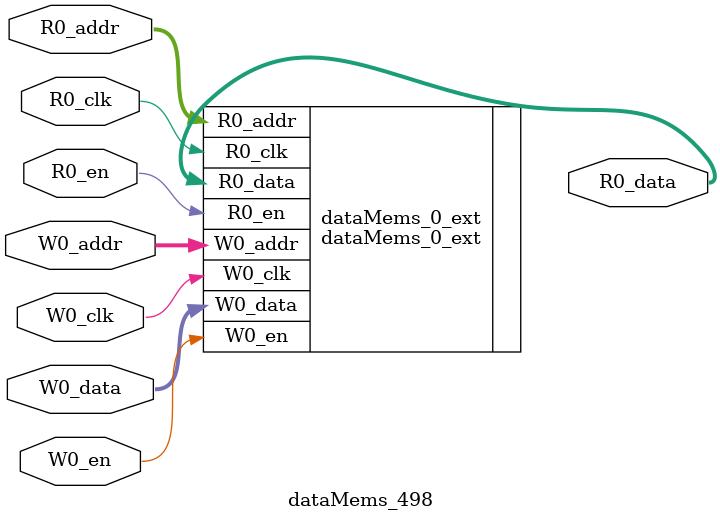
<source format=sv>
`ifndef RANDOMIZE
  `ifdef RANDOMIZE_REG_INIT
    `define RANDOMIZE
  `endif // RANDOMIZE_REG_INIT
`endif // not def RANDOMIZE
`ifndef RANDOMIZE
  `ifdef RANDOMIZE_MEM_INIT
    `define RANDOMIZE
  `endif // RANDOMIZE_MEM_INIT
`endif // not def RANDOMIZE

`ifndef RANDOM
  `define RANDOM $random
`endif // not def RANDOM

// Users can define 'PRINTF_COND' to add an extra gate to prints.
`ifndef PRINTF_COND_
  `ifdef PRINTF_COND
    `define PRINTF_COND_ (`PRINTF_COND)
  `else  // PRINTF_COND
    `define PRINTF_COND_ 1
  `endif // PRINTF_COND
`endif // not def PRINTF_COND_

// Users can define 'ASSERT_VERBOSE_COND' to add an extra gate to assert error printing.
`ifndef ASSERT_VERBOSE_COND_
  `ifdef ASSERT_VERBOSE_COND
    `define ASSERT_VERBOSE_COND_ (`ASSERT_VERBOSE_COND)
  `else  // ASSERT_VERBOSE_COND
    `define ASSERT_VERBOSE_COND_ 1
  `endif // ASSERT_VERBOSE_COND
`endif // not def ASSERT_VERBOSE_COND_

// Users can define 'STOP_COND' to add an extra gate to stop conditions.
`ifndef STOP_COND_
  `ifdef STOP_COND
    `define STOP_COND_ (`STOP_COND)
  `else  // STOP_COND
    `define STOP_COND_ 1
  `endif // STOP_COND
`endif // not def STOP_COND_

// Users can define INIT_RANDOM as general code that gets injected into the
// initializer block for modules with registers.
`ifndef INIT_RANDOM
  `define INIT_RANDOM
`endif // not def INIT_RANDOM

// If using random initialization, you can also define RANDOMIZE_DELAY to
// customize the delay used, otherwise 0.002 is used.
`ifndef RANDOMIZE_DELAY
  `define RANDOMIZE_DELAY 0.002
`endif // not def RANDOMIZE_DELAY

// Define INIT_RANDOM_PROLOG_ for use in our modules below.
`ifndef INIT_RANDOM_PROLOG_
  `ifdef RANDOMIZE
    `ifdef VERILATOR
      `define INIT_RANDOM_PROLOG_ `INIT_RANDOM
    `else  // VERILATOR
      `define INIT_RANDOM_PROLOG_ `INIT_RANDOM #`RANDOMIZE_DELAY begin end
    `endif // VERILATOR
  `else  // RANDOMIZE
    `define INIT_RANDOM_PROLOG_
  `endif // RANDOMIZE
`endif // not def INIT_RANDOM_PROLOG_

// Include register initializers in init blocks unless synthesis is set
`ifndef SYNTHESIS
  `ifndef ENABLE_INITIAL_REG_
    `define ENABLE_INITIAL_REG_
  `endif // not def ENABLE_INITIAL_REG_
`endif // not def SYNTHESIS

// Include rmemory initializers in init blocks unless synthesis is set
`ifndef SYNTHESIS
  `ifndef ENABLE_INITIAL_MEM_
    `define ENABLE_INITIAL_MEM_
  `endif // not def ENABLE_INITIAL_MEM_
`endif // not def SYNTHESIS

module dataMems_498(	// @[generators/ara/src/main/scala/UnsafeAXI4ToTL.scala:365:62]
  input  [4:0]  R0_addr,
  input         R0_en,
  input         R0_clk,
  output [66:0] R0_data,
  input  [4:0]  W0_addr,
  input         W0_en,
  input         W0_clk,
  input  [66:0] W0_data
);

  dataMems_0_ext dataMems_0_ext (	// @[generators/ara/src/main/scala/UnsafeAXI4ToTL.scala:365:62]
    .R0_addr (R0_addr),
    .R0_en   (R0_en),
    .R0_clk  (R0_clk),
    .R0_data (R0_data),
    .W0_addr (W0_addr),
    .W0_en   (W0_en),
    .W0_clk  (W0_clk),
    .W0_data (W0_data)
  );
endmodule


</source>
